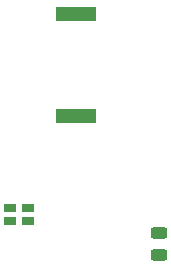
<source format=gbr>
%TF.GenerationSoftware,KiCad,Pcbnew,(7.0.0)*%
%TF.CreationDate,2023-12-17T22:30:30-08:00*%
%TF.ProjectId,Lyrav3,4c797261-7633-42e6-9b69-6361645f7063,rev?*%
%TF.SameCoordinates,Original*%
%TF.FileFunction,Paste,Top*%
%TF.FilePolarity,Positive*%
%FSLAX46Y46*%
G04 Gerber Fmt 4.6, Leading zero omitted, Abs format (unit mm)*
G04 Created by KiCad (PCBNEW (7.0.0)) date 2023-12-17 22:30:30*
%MOMM*%
%LPD*%
G01*
G04 APERTURE LIST*
G04 Aperture macros list*
%AMRoundRect*
0 Rectangle with rounded corners*
0 $1 Rounding radius*
0 $2 $3 $4 $5 $6 $7 $8 $9 X,Y pos of 4 corners*
0 Add a 4 corners polygon primitive as box body*
4,1,4,$2,$3,$4,$5,$6,$7,$8,$9,$2,$3,0*
0 Add four circle primitives for the rounded corners*
1,1,$1+$1,$2,$3*
1,1,$1+$1,$4,$5*
1,1,$1+$1,$6,$7*
1,1,$1+$1,$8,$9*
0 Add four rect primitives between the rounded corners*
20,1,$1+$1,$2,$3,$4,$5,0*
20,1,$1+$1,$4,$5,$6,$7,0*
20,1,$1+$1,$6,$7,$8,$9,0*
20,1,$1+$1,$8,$9,$2,$3,0*%
G04 Aperture macros list end*
%ADD10R,3.400000X1.300000*%
%ADD11RoundRect,0.243750X0.456250X-0.243750X0.456250X0.243750X-0.456250X0.243750X-0.456250X-0.243750X0*%
%ADD12R,1.000000X0.800000*%
G04 APERTURE END LIST*
D10*
%TO.C,LS1*%
X9693999Y45428999D03*
X9693999Y36728999D03*
%TD*%
D11*
%TO.C,D2*%
X16704400Y24996500D03*
X16704400Y26871500D03*
%TD*%
D12*
%TO.C,D4*%
X4078899Y28980199D03*
X4078899Y27880199D03*
X5578899Y27880199D03*
X5578899Y28980199D03*
%TD*%
M02*

</source>
